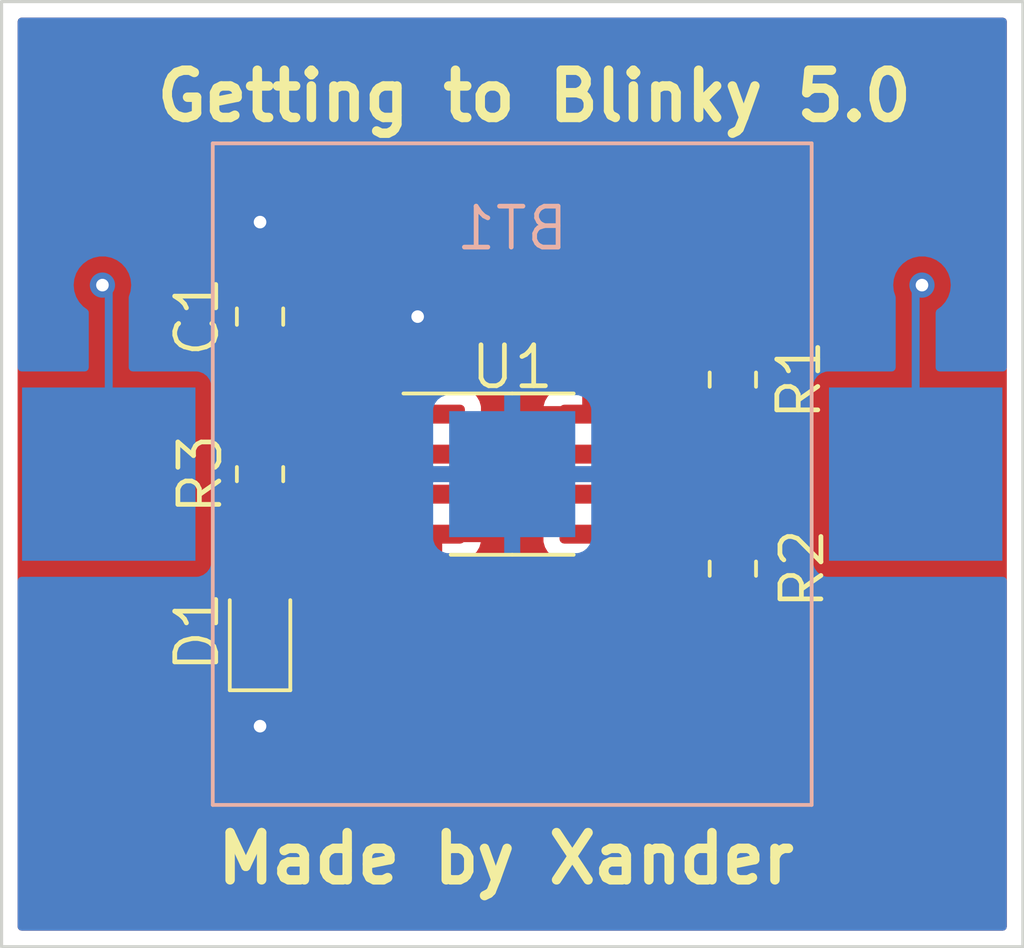
<source format=kicad_pcb>
(kicad_pcb (version 20211014) (generator pcbnew)
  (layers (0 "F.Cu" signal) (31 "B.Cu" signal) (34 "B.Paste" user) (35 "F.Paste" user) (36 "B.SilkS" user "B.Silkscreen") (37 "F.SilkS" user "F.Silkscreen") (38 "B.Mask" user) (39 "F.Mask" user) (44 "Edge.Cuts" user))
  (net 0 "")
  (net 1 "GND")
  (net 2 "Net-(D1-Pad2)")
  (net 4 "/VDD")
  (net 5 "/THR")
  (net 6 "/DIS")
  (net 7 "/OUT")
  (footprint "Package_SO:SOIC-8_3.9x4.9mm_P1.27mm" (layer "F.Cu") (at 147 97)
    (fp_text reference "U1" (at 0 -3.4 unlocked) (layer "F.SilkS") (effects (font (size 1.3 1.3))))
    (fp_text value "7555")
    (fp_line (start 0 -2.56) (end -3.45 -2.56) (layer "F.SilkS") (width 0.12))
    (fp_line (start 0 2.56) (end 1.95 2.56) (layer "F.SilkS") (width 0.12))
    (fp_line (start 0 -2.56) (end 1.95 -2.56) (layer "F.SilkS") (width 0.12))
    (fp_line (start 0 2.56) (end -1.95 2.56) (layer "F.SilkS") (width 0.12))
    (pad "1" smd roundrect (at -2.475 -1.905) (size 1.95 0.6) (layers "F.Cu" "F.Paste" "F.Mask") (net 1 "GND"))
    (pad "2" smd roundrect (at -2.475 -0.635) (size 1.95 0.6) (layers "F.Cu" "F.Paste" "F.Mask") (net 5 "/THR"))
    (pad "3" smd roundrect (at -2.475 0.635) (size 1.95 0.6) (layers "F.Cu" "F.Paste" "F.Mask") (net 7 "/OUT"))
    (pad "4" smd roundrect (at -2.475 1.905) (size 1.95 0.6) (layers "F.Cu" "F.Paste" "F.Mask") (net 4 "/VDD"))
    (pad "5" smd roundrect (at 2.475 1.905) (size 1.95 0.6) (layers "F.Cu" "F.Paste" "F.Mask"))
    (pad "6" smd roundrect (at 2.475 0.635) (size 1.95 0.6) (layers "F.Cu" "F.Paste" "F.Mask") (net 5 "/THR"))
    (pad "7" smd roundrect (at 2.475 -0.635) (size 1.95 0.6) (layers "F.Cu" "F.Paste" "F.Mask") (net 6 "/DIS"))
    (pad "8" smd roundrect (at 2.475 -1.905) (size 1.95 0.6) (layers "F.Cu" "F.Paste" "F.Mask") (net 4 "/VDD"))
  )
  (footprint "Resistor_SMD:R_0805_2012Metric_Pad1.20x1.40mm_HandSolder" (layer "F.Cu") (at 154 94 -90)
    (fp_text reference "R1" (at 0 -2.1 90 unlocked) (layer "F.SilkS") (effects (font (size 1.3 1.3))))
    (fp_text value "1k")
    (fp_line (start -0.227064 -0.735) (end 0.227064 -0.735) (layer "F.SilkS") (width 0.12))
    (fp_line (start -0.227064 0.735) (end 0.227064 0.735) (layer "F.SilkS") (width 0.12))
    (pad "1" smd roundrect (at -1 0 270) (size 1.2 1.4) (layers "F.Cu" "F.Paste" "F.Mask") (roundrect_rratio 0.2083333333) (net 4 "/VDD"))
    (pad "2" smd roundrect (at 1 0 270) (size 1.2 1.4) (layers "F.Cu" "F.Paste" "F.Mask") (roundrect_rratio 0.2083333333) (net 6 "/DIS"))
  )
  (footprint "Resistor_SMD:R_0805_2012Metric_Pad1.20x1.40mm_HandSolder" (layer "F.Cu") (at 139 97 -90)
    (fp_text reference "R3" (at 0 1.9 90 unlocked) (layer "F.SilkS") (effects (font (size 1.3 1.3))))
    (fp_text value "1k")
    (fp_line (start -0.227064 0.735) (end 0.227064 0.735) (layer "F.SilkS") (width 0.12))
    (fp_line (start -0.227064 -0.735) (end 0.227064 -0.735) (layer "F.SilkS") (width 0.12))
    (pad "1" smd roundrect (at -1 0 270) (size 1.2 1.4) (layers "F.Cu" "F.Paste" "F.Mask") (roundrect_rratio 0.2083333333) (net 7 "/OUT"))
    (pad "2" smd roundrect (at 1 0 270) (size 1.2 1.4) (layers "F.Cu" "F.Paste" "F.Mask") (roundrect_rratio 0.2083333333) (net 2 "Net-(D1-Pad2)"))
  )
  (footprint "Resistor_SMD:R_0805_2012Metric_Pad1.20x1.40mm_HandSolder" (layer "F.Cu") (at 154 100 -90)
    (fp_text reference "R2" (at 0 -2.2 90 unlocked) (layer "F.SilkS") (effects (font (size 1.3 1.3))))
    (fp_text value "470k")
    (fp_line (start -0.227064 -0.735) (end 0.227064 -0.735) (layer "F.SilkS") (width 0.12))
    (fp_line (start -0.227064 0.735) (end 0.227064 0.735) (layer "F.SilkS") (width 0.12))
    (pad "1" smd roundrect (at -1 0 270) (size 1.2 1.4) (layers "F.Cu" "F.Paste" "F.Mask") (roundrect_rratio 0.2083333333) (net 6 "/DIS"))
    (pad "2" smd roundrect (at 1 0 270) (size 1.2 1.4) (layers "F.Cu" "F.Paste" "F.Mask") (roundrect_rratio 0.2083333333) (net 5 "/THR"))
  )
  (footprint "Capacitor_SMD:C_0805_2012Metric_Pad1.18x1.45mm_HandSolder" (layer "F.Cu") (at 139 92 90)
    (fp_text reference "C1" (at 0 -2 90 unlocked) (layer "F.SilkS") (effects (font (size 1.3 1.3))))
    (fp_text value "1u")
    (fp_line (start -0.261252 -0.735) (end 0.261252 -0.735) (layer "F.SilkS") (width 0.12))
    (fp_line (start -0.261252 0.735) (end 0.261252 0.735) (layer "F.SilkS") (width 0.12))
    (pad "1" smd roundrect (at -1.0375 0 90) (size 1.175 1.45) (layers "F.Cu" "F.Paste" "F.Mask") (roundrect_rratio 0.2127659574) (net 5 "/THR"))
    (pad "2" smd roundrect (at 1.0375 0 90) (size 1.175 1.45) (layers "F.Cu" "F.Paste" "F.Mask") (roundrect_rratio 0.2127659574) (net 1 "GND"))
  )
  (footprint "LED_SMD:LED_0805_2012Metric_Pad1.15x1.40mm_HandSolder" (layer "F.Cu") (at 139 102 90)
    (fp_text reference "D1" (at 0 -2 90 unlocked) (layer "F.SilkS") (effects (font (size 1.3 1.3))))
    (fp_text value "LED")
    (fp_line (start -1.86 -0.96) (end -1.86 0.96) (layer "F.SilkS") (width 0.12))
    (fp_line (start 1 -0.96) (end -1.86 -0.96) (layer "F.SilkS") (width 0.12))
    (fp_line (start -1.86 0.96) (end 1 0.96) (layer "F.SilkS") (width 0.12))
    (pad "1" smd roundrect (at -1.025 0 90) (size 1.15 1.4) (layers "F.Cu" "F.Paste" "F.Mask") (roundrect_rratio 0.2173913043) (net 1 "GND"))
    (pad "2" smd roundrect (at 1.025 0 90) (size 1.15 1.4) (layers "F.Cu" "F.Paste" "F.Mask") (roundrect_rratio 0.2173913043) (net 2 "Net-(D1-Pad2)"))
  )
  (footprint "Custom Footprint Library:S8211-46R" (layer "B.Cu") (at 147 97 180)
    (fp_text reference "BT1" (at 0 7.8 unlocked) (layer "B.SilkS") (effects (font (size 1.3 1.3)) (justify mirror)))
    (fp_text value "CR2032")
    (fp_line (start 9.5 10.5) (end 9.5 -10.5) (layer "B.SilkS") (width 0.12))
    (fp_line (start -9.5 10.5) (end 9.5 10.5) (layer "B.SilkS") (width 0.12))
    (fp_line (start -9.5 -10.5) (end -9.5 10.5) (layer "B.SilkS") (width 0.12))
    (fp_line (start 9.5 -10.5) (end -9.5 -10.5) (layer "B.SilkS") (width 0.12))
    (pad "1" smd rect (at -12.8 0 180) (size 5.5 5.5) (layers "B.Cu" "B.Paste" "B.Mask") (net 4 "/VDD"))
    (pad "1" smd rect (at 12.8 0 180) (size 5.5 5.5) (layers "B.Cu" "B.Paste" "B.Mask") (net 4 "/VDD"))
    (pad "2" smd rect (at 0 0 180) (size 4 4) (layers "B.Cu" "B.Paste" "B.Mask") (net 1 "GND"))
  )
  (gr_rect (start 130.8 82) (end 163.2 112) (layer "Edge.Cuts") (width 0.1) (fill none))
  (gr_text "Made by Xander" (at 146.8 109.2) (layer "F.SilkS") (effects (font (size 1.5 1.5) (thickness 0.3))))
  (gr_text "Getting to Blinky 5.0" (at 147.7 85) (layer "F.SilkS") (effects (font (size 1.5 1.5) (thickness 0.3))))
  (segment (start 144.525 95.095) (end 144 94.57) (width 0.25) (layer "F.Cu") (net 1))
  (segment (start 144 94.57) (end 144 92) (width 0.25) (layer "F.Cu") (net 1))
  (segment (start 139 90.9625) (end 139 89) (width 0.25) (layer "F.Cu") (net 1))
  (segment (start 139 103.025) (end 139 105) (width 0.25) (layer "F.Cu") (net 1))
  (via (at 139 89) (size 0.8) (drill 0.4) (layers "F.Cu" "B.Cu") (net 1))
  (via (at 139 105) (size 0.8) (drill 0.4) (layers "F.Cu" "B.Cu") (net 1))
  (via (at 144 92) (size 0.8) (drill 0.4) (layers "F.Cu" "B.Cu") (net 1))
  (segment (start 139 98) (end 139 100.975) (width 0.25) (layer "F.Cu") (net 2))
  (via (at 134 91) (size 0.8) (drill 0.4) (layers "F.Cu" "B.Cu") (net 4))
  (via (at 160 91) (size 0.8) (drill 0.4) (layers "F.Cu" "B.Cu") (net 4))
  (segment (start 159.8 91.2) (end 160 91) (width 0.25) (layer "B.Cu") (net 4))
  (segment (start 134.2 97) (end 134.2 91.2) (width 0.25) (layer "B.Cu") (net 4))
  (segment (start 159.8 97) (end 159.8 91.2) (width 0.25) (layer "B.Cu") (net 4))
  (segment (start 134.2 91.2) (end 134 91) (width 0.25) (layer "B.Cu") (net 4))
  (segment (start 142.5 95.6) (end 143.265 96.365) (width 0.25) (layer "F.Cu") (net 5))
  (segment (start 149.475 97.635) (end 147.635 97.635) (width 0.25) (layer "F.Cu") (net 5))
  (segment (start 143.265 96.365) (end 144.525 96.365) (width 0.25) (layer "F.Cu") (net 5))
  (segment (start 139 93.0375) (end 140.8375 93.0375) (width 0.25) (layer "F.Cu") (net 5))
  (segment (start 150.635 97.635) (end 149.475 97.635) (width 0.25) (layer "F.Cu") (net 5))
  (segment (start 142.5 94.7) (end 142.5 95.6) (width 0.25) (layer "F.Cu") (net 5))
  (segment (start 146.365 96.365) (end 144.525 96.365) (width 0.25) (layer "F.Cu") (net 5))
  (segment (start 140.8375 93.0375) (end 142.5 94.7) (width 0.25) (layer "F.Cu") (net 5))
  (segment (start 147.635 97.635) (end 146.365 96.365) (width 0.25) (layer "F.Cu") (net 5))
  (segment (start 154 101) (end 150.635 97.635) (width 0.25) (layer "F.Cu") (net 5))
  (segment (start 152.635 96.365) (end 154 95) (width 0.25) (layer "F.Cu") (net 6))
  (segment (start 149.475 96.365) (end 152.635 96.365) (width 0.25) (layer "F.Cu") (net 6))
  (segment (start 154 99) (end 154 95) (width 0.25) (layer "F.Cu") (net 6))
  (segment (start 141.1 96) (end 139 96) (width 0.25) (layer "F.Cu") (net 7))
  (segment (start 144.525 97.635) (end 142.735 97.635) (width 0.25) (layer "F.Cu") (net 7))
  (segment (start 142.735 97.635) (end 141.1 96) (width 0.25) (layer "F.Cu") (net 7))
  (zone (net 4) (net_name "/VDD") (layer "F.Cu") (connect_pads (clearance 0.508)) (min_thickness 0.254) (fill yes (thermal_gap 0.508) (thermal_bridge_width 0.508))
    (polygon (pts (xy 163.2 112) (xy 130.8 112) (xy 130.8 82) (xy 163.2 82)))
  )
  (zone (net 1) (net_name "GND") (layer "B.Cu") (connect_pads (clearance 0.508)) (min_thickness 0.254) (fill yes (thermal_gap 0.508) (thermal_bridge_width 0.508))
    (polygon (pts (xy 163.2 112) (xy 130.8 112) (xy 130.8 82) (xy 163.2 82)))
  )
)
</source>
